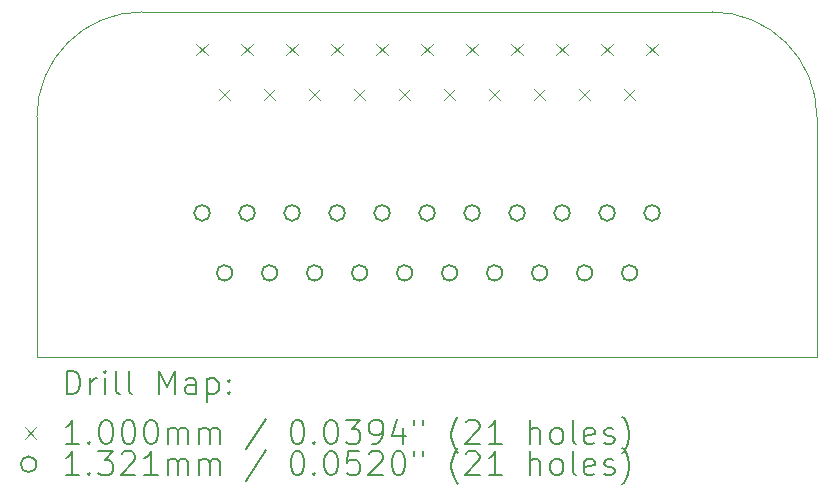
<source format=gbr>
%FSLAX45Y45*%
G04 Gerber Fmt 4.5, Leading zero omitted, Abs format (unit mm)*
G04 Created by KiCad (PCBNEW (6.0.4)) date 2022-12-30 23:52:18*
%MOMM*%
%LPD*%
G01*
G04 APERTURE LIST*
%TA.AperFunction,Profile*%
%ADD10C,0.100000*%
%TD*%
%ADD11C,0.200000*%
%ADD12C,0.100000*%
%ADD13C,0.132080*%
G04 APERTURE END LIST*
D10*
X12827000Y-18796000D02*
X16065500Y-18796000D01*
X16065500Y-18097500D02*
X16065500Y-16764000D01*
X10350500Y-15875000D02*
X15176500Y-15875000D01*
X9461500Y-18796000D02*
X12827000Y-18796000D01*
X16065500Y-18796000D02*
X16065500Y-18097500D01*
X9461500Y-18097500D02*
X9461500Y-16764000D01*
X16065500Y-16764000D02*
G75*
G03*
X15176500Y-15875000I-889000J0D01*
G01*
X9461500Y-18796000D02*
X9461500Y-18097500D01*
X10350500Y-15875000D02*
G75*
G03*
X9461500Y-16764000I0J-889000D01*
G01*
D11*
D12*
X10808500Y-16142500D02*
X10908500Y-16242500D01*
X10908500Y-16142500D02*
X10808500Y-16242500D01*
X10999000Y-16523500D02*
X11099000Y-16623500D01*
X11099000Y-16523500D02*
X10999000Y-16623500D01*
X11189500Y-16142500D02*
X11289500Y-16242500D01*
X11289500Y-16142500D02*
X11189500Y-16242500D01*
X11380000Y-16523500D02*
X11480000Y-16623500D01*
X11480000Y-16523500D02*
X11380000Y-16623500D01*
X11570500Y-16142500D02*
X11670500Y-16242500D01*
X11670500Y-16142500D02*
X11570500Y-16242500D01*
X11761000Y-16523500D02*
X11861000Y-16623500D01*
X11861000Y-16523500D02*
X11761000Y-16623500D01*
X11951500Y-16142500D02*
X12051500Y-16242500D01*
X12051500Y-16142500D02*
X11951500Y-16242500D01*
X12142000Y-16523500D02*
X12242000Y-16623500D01*
X12242000Y-16523500D02*
X12142000Y-16623500D01*
X12332500Y-16142500D02*
X12432500Y-16242500D01*
X12432500Y-16142500D02*
X12332500Y-16242500D01*
X12523000Y-16523500D02*
X12623000Y-16623500D01*
X12623000Y-16523500D02*
X12523000Y-16623500D01*
X12713500Y-16142500D02*
X12813500Y-16242500D01*
X12813500Y-16142500D02*
X12713500Y-16242500D01*
X12904000Y-16523500D02*
X13004000Y-16623500D01*
X13004000Y-16523500D02*
X12904000Y-16623500D01*
X13094500Y-16142500D02*
X13194500Y-16242500D01*
X13194500Y-16142500D02*
X13094500Y-16242500D01*
X13285000Y-16523500D02*
X13385000Y-16623500D01*
X13385000Y-16523500D02*
X13285000Y-16623500D01*
X13475500Y-16142500D02*
X13575500Y-16242500D01*
X13575500Y-16142500D02*
X13475500Y-16242500D01*
X13666000Y-16523500D02*
X13766000Y-16623500D01*
X13766000Y-16523500D02*
X13666000Y-16623500D01*
X13856500Y-16142500D02*
X13956500Y-16242500D01*
X13956500Y-16142500D02*
X13856500Y-16242500D01*
X14047000Y-16523500D02*
X14147000Y-16623500D01*
X14147000Y-16523500D02*
X14047000Y-16623500D01*
X14237500Y-16142500D02*
X14337500Y-16242500D01*
X14337500Y-16142500D02*
X14237500Y-16242500D01*
X14428000Y-16523500D02*
X14528000Y-16623500D01*
X14528000Y-16523500D02*
X14428000Y-16623500D01*
X14618500Y-16142500D02*
X14718500Y-16242500D01*
X14718500Y-16142500D02*
X14618500Y-16242500D01*
D13*
X10924540Y-17576800D02*
G75*
G03*
X10924540Y-17576800I-66040J0D01*
G01*
X11115040Y-18084800D02*
G75*
G03*
X11115040Y-18084800I-66040J0D01*
G01*
X11305540Y-17576800D02*
G75*
G03*
X11305540Y-17576800I-66040J0D01*
G01*
X11496040Y-18084800D02*
G75*
G03*
X11496040Y-18084800I-66040J0D01*
G01*
X11686540Y-17576800D02*
G75*
G03*
X11686540Y-17576800I-66040J0D01*
G01*
X11877040Y-18084800D02*
G75*
G03*
X11877040Y-18084800I-66040J0D01*
G01*
X12067540Y-17576800D02*
G75*
G03*
X12067540Y-17576800I-66040J0D01*
G01*
X12258040Y-18084800D02*
G75*
G03*
X12258040Y-18084800I-66040J0D01*
G01*
X12448540Y-17576800D02*
G75*
G03*
X12448540Y-17576800I-66040J0D01*
G01*
X12639040Y-18084800D02*
G75*
G03*
X12639040Y-18084800I-66040J0D01*
G01*
X12829540Y-17576800D02*
G75*
G03*
X12829540Y-17576800I-66040J0D01*
G01*
X13020040Y-18084800D02*
G75*
G03*
X13020040Y-18084800I-66040J0D01*
G01*
X13210540Y-17576800D02*
G75*
G03*
X13210540Y-17576800I-66040J0D01*
G01*
X13401040Y-18084800D02*
G75*
G03*
X13401040Y-18084800I-66040J0D01*
G01*
X13591540Y-17576800D02*
G75*
G03*
X13591540Y-17576800I-66040J0D01*
G01*
X13782040Y-18084800D02*
G75*
G03*
X13782040Y-18084800I-66040J0D01*
G01*
X13972540Y-17576800D02*
G75*
G03*
X13972540Y-17576800I-66040J0D01*
G01*
X14163040Y-18084800D02*
G75*
G03*
X14163040Y-18084800I-66040J0D01*
G01*
X14353540Y-17576800D02*
G75*
G03*
X14353540Y-17576800I-66040J0D01*
G01*
X14544040Y-18084800D02*
G75*
G03*
X14544040Y-18084800I-66040J0D01*
G01*
X14734540Y-17576800D02*
G75*
G03*
X14734540Y-17576800I-66040J0D01*
G01*
D11*
X9714119Y-19111476D02*
X9714119Y-18911476D01*
X9761738Y-18911476D01*
X9790310Y-18921000D01*
X9809357Y-18940048D01*
X9818881Y-18959095D01*
X9828405Y-18997190D01*
X9828405Y-19025762D01*
X9818881Y-19063857D01*
X9809357Y-19082905D01*
X9790310Y-19101952D01*
X9761738Y-19111476D01*
X9714119Y-19111476D01*
X9914119Y-19111476D02*
X9914119Y-18978143D01*
X9914119Y-19016238D02*
X9923643Y-18997190D01*
X9933167Y-18987667D01*
X9952214Y-18978143D01*
X9971262Y-18978143D01*
X10037929Y-19111476D02*
X10037929Y-18978143D01*
X10037929Y-18911476D02*
X10028405Y-18921000D01*
X10037929Y-18930524D01*
X10047452Y-18921000D01*
X10037929Y-18911476D01*
X10037929Y-18930524D01*
X10161738Y-19111476D02*
X10142690Y-19101952D01*
X10133167Y-19082905D01*
X10133167Y-18911476D01*
X10266500Y-19111476D02*
X10247452Y-19101952D01*
X10237929Y-19082905D01*
X10237929Y-18911476D01*
X10495071Y-19111476D02*
X10495071Y-18911476D01*
X10561738Y-19054333D01*
X10628405Y-18911476D01*
X10628405Y-19111476D01*
X10809357Y-19111476D02*
X10809357Y-19006714D01*
X10799833Y-18987667D01*
X10780786Y-18978143D01*
X10742690Y-18978143D01*
X10723643Y-18987667D01*
X10809357Y-19101952D02*
X10790310Y-19111476D01*
X10742690Y-19111476D01*
X10723643Y-19101952D01*
X10714119Y-19082905D01*
X10714119Y-19063857D01*
X10723643Y-19044810D01*
X10742690Y-19035286D01*
X10790310Y-19035286D01*
X10809357Y-19025762D01*
X10904595Y-18978143D02*
X10904595Y-19178143D01*
X10904595Y-18987667D02*
X10923643Y-18978143D01*
X10961738Y-18978143D01*
X10980786Y-18987667D01*
X10990310Y-18997190D01*
X10999833Y-19016238D01*
X10999833Y-19073381D01*
X10990310Y-19092429D01*
X10980786Y-19101952D01*
X10961738Y-19111476D01*
X10923643Y-19111476D01*
X10904595Y-19101952D01*
X11085548Y-19092429D02*
X11095071Y-19101952D01*
X11085548Y-19111476D01*
X11076024Y-19101952D01*
X11085548Y-19092429D01*
X11085548Y-19111476D01*
X11085548Y-18987667D02*
X11095071Y-18997190D01*
X11085548Y-19006714D01*
X11076024Y-18997190D01*
X11085548Y-18987667D01*
X11085548Y-19006714D01*
D12*
X9356500Y-19391000D02*
X9456500Y-19491000D01*
X9456500Y-19391000D02*
X9356500Y-19491000D01*
D11*
X9818881Y-19531476D02*
X9704595Y-19531476D01*
X9761738Y-19531476D02*
X9761738Y-19331476D01*
X9742690Y-19360048D01*
X9723643Y-19379095D01*
X9704595Y-19388619D01*
X9904595Y-19512429D02*
X9914119Y-19521952D01*
X9904595Y-19531476D01*
X9895071Y-19521952D01*
X9904595Y-19512429D01*
X9904595Y-19531476D01*
X10037929Y-19331476D02*
X10056976Y-19331476D01*
X10076024Y-19341000D01*
X10085548Y-19350524D01*
X10095071Y-19369571D01*
X10104595Y-19407667D01*
X10104595Y-19455286D01*
X10095071Y-19493381D01*
X10085548Y-19512429D01*
X10076024Y-19521952D01*
X10056976Y-19531476D01*
X10037929Y-19531476D01*
X10018881Y-19521952D01*
X10009357Y-19512429D01*
X9999833Y-19493381D01*
X9990310Y-19455286D01*
X9990310Y-19407667D01*
X9999833Y-19369571D01*
X10009357Y-19350524D01*
X10018881Y-19341000D01*
X10037929Y-19331476D01*
X10228405Y-19331476D02*
X10247452Y-19331476D01*
X10266500Y-19341000D01*
X10276024Y-19350524D01*
X10285548Y-19369571D01*
X10295071Y-19407667D01*
X10295071Y-19455286D01*
X10285548Y-19493381D01*
X10276024Y-19512429D01*
X10266500Y-19521952D01*
X10247452Y-19531476D01*
X10228405Y-19531476D01*
X10209357Y-19521952D01*
X10199833Y-19512429D01*
X10190310Y-19493381D01*
X10180786Y-19455286D01*
X10180786Y-19407667D01*
X10190310Y-19369571D01*
X10199833Y-19350524D01*
X10209357Y-19341000D01*
X10228405Y-19331476D01*
X10418881Y-19331476D02*
X10437929Y-19331476D01*
X10456976Y-19341000D01*
X10466500Y-19350524D01*
X10476024Y-19369571D01*
X10485548Y-19407667D01*
X10485548Y-19455286D01*
X10476024Y-19493381D01*
X10466500Y-19512429D01*
X10456976Y-19521952D01*
X10437929Y-19531476D01*
X10418881Y-19531476D01*
X10399833Y-19521952D01*
X10390310Y-19512429D01*
X10380786Y-19493381D01*
X10371262Y-19455286D01*
X10371262Y-19407667D01*
X10380786Y-19369571D01*
X10390310Y-19350524D01*
X10399833Y-19341000D01*
X10418881Y-19331476D01*
X10571262Y-19531476D02*
X10571262Y-19398143D01*
X10571262Y-19417190D02*
X10580786Y-19407667D01*
X10599833Y-19398143D01*
X10628405Y-19398143D01*
X10647452Y-19407667D01*
X10656976Y-19426714D01*
X10656976Y-19531476D01*
X10656976Y-19426714D02*
X10666500Y-19407667D01*
X10685548Y-19398143D01*
X10714119Y-19398143D01*
X10733167Y-19407667D01*
X10742690Y-19426714D01*
X10742690Y-19531476D01*
X10837929Y-19531476D02*
X10837929Y-19398143D01*
X10837929Y-19417190D02*
X10847452Y-19407667D01*
X10866500Y-19398143D01*
X10895071Y-19398143D01*
X10914119Y-19407667D01*
X10923643Y-19426714D01*
X10923643Y-19531476D01*
X10923643Y-19426714D02*
X10933167Y-19407667D01*
X10952214Y-19398143D01*
X10980786Y-19398143D01*
X10999833Y-19407667D01*
X11009357Y-19426714D01*
X11009357Y-19531476D01*
X11399833Y-19321952D02*
X11228405Y-19579095D01*
X11656976Y-19331476D02*
X11676024Y-19331476D01*
X11695071Y-19341000D01*
X11704595Y-19350524D01*
X11714119Y-19369571D01*
X11723643Y-19407667D01*
X11723643Y-19455286D01*
X11714119Y-19493381D01*
X11704595Y-19512429D01*
X11695071Y-19521952D01*
X11676024Y-19531476D01*
X11656976Y-19531476D01*
X11637928Y-19521952D01*
X11628405Y-19512429D01*
X11618881Y-19493381D01*
X11609357Y-19455286D01*
X11609357Y-19407667D01*
X11618881Y-19369571D01*
X11628405Y-19350524D01*
X11637928Y-19341000D01*
X11656976Y-19331476D01*
X11809357Y-19512429D02*
X11818881Y-19521952D01*
X11809357Y-19531476D01*
X11799833Y-19521952D01*
X11809357Y-19512429D01*
X11809357Y-19531476D01*
X11942690Y-19331476D02*
X11961738Y-19331476D01*
X11980786Y-19341000D01*
X11990309Y-19350524D01*
X11999833Y-19369571D01*
X12009357Y-19407667D01*
X12009357Y-19455286D01*
X11999833Y-19493381D01*
X11990309Y-19512429D01*
X11980786Y-19521952D01*
X11961738Y-19531476D01*
X11942690Y-19531476D01*
X11923643Y-19521952D01*
X11914119Y-19512429D01*
X11904595Y-19493381D01*
X11895071Y-19455286D01*
X11895071Y-19407667D01*
X11904595Y-19369571D01*
X11914119Y-19350524D01*
X11923643Y-19341000D01*
X11942690Y-19331476D01*
X12076024Y-19331476D02*
X12199833Y-19331476D01*
X12133167Y-19407667D01*
X12161738Y-19407667D01*
X12180786Y-19417190D01*
X12190309Y-19426714D01*
X12199833Y-19445762D01*
X12199833Y-19493381D01*
X12190309Y-19512429D01*
X12180786Y-19521952D01*
X12161738Y-19531476D01*
X12104595Y-19531476D01*
X12085548Y-19521952D01*
X12076024Y-19512429D01*
X12295071Y-19531476D02*
X12333167Y-19531476D01*
X12352214Y-19521952D01*
X12361738Y-19512429D01*
X12380786Y-19483857D01*
X12390309Y-19445762D01*
X12390309Y-19369571D01*
X12380786Y-19350524D01*
X12371262Y-19341000D01*
X12352214Y-19331476D01*
X12314119Y-19331476D01*
X12295071Y-19341000D01*
X12285548Y-19350524D01*
X12276024Y-19369571D01*
X12276024Y-19417190D01*
X12285548Y-19436238D01*
X12295071Y-19445762D01*
X12314119Y-19455286D01*
X12352214Y-19455286D01*
X12371262Y-19445762D01*
X12380786Y-19436238D01*
X12390309Y-19417190D01*
X12561738Y-19398143D02*
X12561738Y-19531476D01*
X12514119Y-19321952D02*
X12466500Y-19464810D01*
X12590309Y-19464810D01*
X12656976Y-19331476D02*
X12656976Y-19369571D01*
X12733167Y-19331476D02*
X12733167Y-19369571D01*
X13028405Y-19607667D02*
X13018881Y-19598143D01*
X12999833Y-19569571D01*
X12990309Y-19550524D01*
X12980786Y-19521952D01*
X12971262Y-19474333D01*
X12971262Y-19436238D01*
X12980786Y-19388619D01*
X12990309Y-19360048D01*
X12999833Y-19341000D01*
X13018881Y-19312429D01*
X13028405Y-19302905D01*
X13095071Y-19350524D02*
X13104595Y-19341000D01*
X13123643Y-19331476D01*
X13171262Y-19331476D01*
X13190309Y-19341000D01*
X13199833Y-19350524D01*
X13209357Y-19369571D01*
X13209357Y-19388619D01*
X13199833Y-19417190D01*
X13085548Y-19531476D01*
X13209357Y-19531476D01*
X13399833Y-19531476D02*
X13285548Y-19531476D01*
X13342690Y-19531476D02*
X13342690Y-19331476D01*
X13323643Y-19360048D01*
X13304595Y-19379095D01*
X13285548Y-19388619D01*
X13637928Y-19531476D02*
X13637928Y-19331476D01*
X13723643Y-19531476D02*
X13723643Y-19426714D01*
X13714119Y-19407667D01*
X13695071Y-19398143D01*
X13666500Y-19398143D01*
X13647452Y-19407667D01*
X13637928Y-19417190D01*
X13847452Y-19531476D02*
X13828405Y-19521952D01*
X13818881Y-19512429D01*
X13809357Y-19493381D01*
X13809357Y-19436238D01*
X13818881Y-19417190D01*
X13828405Y-19407667D01*
X13847452Y-19398143D01*
X13876024Y-19398143D01*
X13895071Y-19407667D01*
X13904595Y-19417190D01*
X13914119Y-19436238D01*
X13914119Y-19493381D01*
X13904595Y-19512429D01*
X13895071Y-19521952D01*
X13876024Y-19531476D01*
X13847452Y-19531476D01*
X14028405Y-19531476D02*
X14009357Y-19521952D01*
X13999833Y-19502905D01*
X13999833Y-19331476D01*
X14180786Y-19521952D02*
X14161738Y-19531476D01*
X14123643Y-19531476D01*
X14104595Y-19521952D01*
X14095071Y-19502905D01*
X14095071Y-19426714D01*
X14104595Y-19407667D01*
X14123643Y-19398143D01*
X14161738Y-19398143D01*
X14180786Y-19407667D01*
X14190309Y-19426714D01*
X14190309Y-19445762D01*
X14095071Y-19464810D01*
X14266500Y-19521952D02*
X14285548Y-19531476D01*
X14323643Y-19531476D01*
X14342690Y-19521952D01*
X14352214Y-19502905D01*
X14352214Y-19493381D01*
X14342690Y-19474333D01*
X14323643Y-19464810D01*
X14295071Y-19464810D01*
X14276024Y-19455286D01*
X14266500Y-19436238D01*
X14266500Y-19426714D01*
X14276024Y-19407667D01*
X14295071Y-19398143D01*
X14323643Y-19398143D01*
X14342690Y-19407667D01*
X14418881Y-19607667D02*
X14428405Y-19598143D01*
X14447452Y-19569571D01*
X14456976Y-19550524D01*
X14466500Y-19521952D01*
X14476024Y-19474333D01*
X14476024Y-19436238D01*
X14466500Y-19388619D01*
X14456976Y-19360048D01*
X14447452Y-19341000D01*
X14428405Y-19312429D01*
X14418881Y-19302905D01*
D13*
X9456500Y-19705000D02*
G75*
G03*
X9456500Y-19705000I-66040J0D01*
G01*
D11*
X9818881Y-19795476D02*
X9704595Y-19795476D01*
X9761738Y-19795476D02*
X9761738Y-19595476D01*
X9742690Y-19624048D01*
X9723643Y-19643095D01*
X9704595Y-19652619D01*
X9904595Y-19776429D02*
X9914119Y-19785952D01*
X9904595Y-19795476D01*
X9895071Y-19785952D01*
X9904595Y-19776429D01*
X9904595Y-19795476D01*
X9980786Y-19595476D02*
X10104595Y-19595476D01*
X10037929Y-19671667D01*
X10066500Y-19671667D01*
X10085548Y-19681190D01*
X10095071Y-19690714D01*
X10104595Y-19709762D01*
X10104595Y-19757381D01*
X10095071Y-19776429D01*
X10085548Y-19785952D01*
X10066500Y-19795476D01*
X10009357Y-19795476D01*
X9990310Y-19785952D01*
X9980786Y-19776429D01*
X10180786Y-19614524D02*
X10190310Y-19605000D01*
X10209357Y-19595476D01*
X10256976Y-19595476D01*
X10276024Y-19605000D01*
X10285548Y-19614524D01*
X10295071Y-19633571D01*
X10295071Y-19652619D01*
X10285548Y-19681190D01*
X10171262Y-19795476D01*
X10295071Y-19795476D01*
X10485548Y-19795476D02*
X10371262Y-19795476D01*
X10428405Y-19795476D02*
X10428405Y-19595476D01*
X10409357Y-19624048D01*
X10390310Y-19643095D01*
X10371262Y-19652619D01*
X10571262Y-19795476D02*
X10571262Y-19662143D01*
X10571262Y-19681190D02*
X10580786Y-19671667D01*
X10599833Y-19662143D01*
X10628405Y-19662143D01*
X10647452Y-19671667D01*
X10656976Y-19690714D01*
X10656976Y-19795476D01*
X10656976Y-19690714D02*
X10666500Y-19671667D01*
X10685548Y-19662143D01*
X10714119Y-19662143D01*
X10733167Y-19671667D01*
X10742690Y-19690714D01*
X10742690Y-19795476D01*
X10837929Y-19795476D02*
X10837929Y-19662143D01*
X10837929Y-19681190D02*
X10847452Y-19671667D01*
X10866500Y-19662143D01*
X10895071Y-19662143D01*
X10914119Y-19671667D01*
X10923643Y-19690714D01*
X10923643Y-19795476D01*
X10923643Y-19690714D02*
X10933167Y-19671667D01*
X10952214Y-19662143D01*
X10980786Y-19662143D01*
X10999833Y-19671667D01*
X11009357Y-19690714D01*
X11009357Y-19795476D01*
X11399833Y-19585952D02*
X11228405Y-19843095D01*
X11656976Y-19595476D02*
X11676024Y-19595476D01*
X11695071Y-19605000D01*
X11704595Y-19614524D01*
X11714119Y-19633571D01*
X11723643Y-19671667D01*
X11723643Y-19719286D01*
X11714119Y-19757381D01*
X11704595Y-19776429D01*
X11695071Y-19785952D01*
X11676024Y-19795476D01*
X11656976Y-19795476D01*
X11637928Y-19785952D01*
X11628405Y-19776429D01*
X11618881Y-19757381D01*
X11609357Y-19719286D01*
X11609357Y-19671667D01*
X11618881Y-19633571D01*
X11628405Y-19614524D01*
X11637928Y-19605000D01*
X11656976Y-19595476D01*
X11809357Y-19776429D02*
X11818881Y-19785952D01*
X11809357Y-19795476D01*
X11799833Y-19785952D01*
X11809357Y-19776429D01*
X11809357Y-19795476D01*
X11942690Y-19595476D02*
X11961738Y-19595476D01*
X11980786Y-19605000D01*
X11990309Y-19614524D01*
X11999833Y-19633571D01*
X12009357Y-19671667D01*
X12009357Y-19719286D01*
X11999833Y-19757381D01*
X11990309Y-19776429D01*
X11980786Y-19785952D01*
X11961738Y-19795476D01*
X11942690Y-19795476D01*
X11923643Y-19785952D01*
X11914119Y-19776429D01*
X11904595Y-19757381D01*
X11895071Y-19719286D01*
X11895071Y-19671667D01*
X11904595Y-19633571D01*
X11914119Y-19614524D01*
X11923643Y-19605000D01*
X11942690Y-19595476D01*
X12190309Y-19595476D02*
X12095071Y-19595476D01*
X12085548Y-19690714D01*
X12095071Y-19681190D01*
X12114119Y-19671667D01*
X12161738Y-19671667D01*
X12180786Y-19681190D01*
X12190309Y-19690714D01*
X12199833Y-19709762D01*
X12199833Y-19757381D01*
X12190309Y-19776429D01*
X12180786Y-19785952D01*
X12161738Y-19795476D01*
X12114119Y-19795476D01*
X12095071Y-19785952D01*
X12085548Y-19776429D01*
X12276024Y-19614524D02*
X12285548Y-19605000D01*
X12304595Y-19595476D01*
X12352214Y-19595476D01*
X12371262Y-19605000D01*
X12380786Y-19614524D01*
X12390309Y-19633571D01*
X12390309Y-19652619D01*
X12380786Y-19681190D01*
X12266500Y-19795476D01*
X12390309Y-19795476D01*
X12514119Y-19595476D02*
X12533167Y-19595476D01*
X12552214Y-19605000D01*
X12561738Y-19614524D01*
X12571262Y-19633571D01*
X12580786Y-19671667D01*
X12580786Y-19719286D01*
X12571262Y-19757381D01*
X12561738Y-19776429D01*
X12552214Y-19785952D01*
X12533167Y-19795476D01*
X12514119Y-19795476D01*
X12495071Y-19785952D01*
X12485548Y-19776429D01*
X12476024Y-19757381D01*
X12466500Y-19719286D01*
X12466500Y-19671667D01*
X12476024Y-19633571D01*
X12485548Y-19614524D01*
X12495071Y-19605000D01*
X12514119Y-19595476D01*
X12656976Y-19595476D02*
X12656976Y-19633571D01*
X12733167Y-19595476D02*
X12733167Y-19633571D01*
X13028405Y-19871667D02*
X13018881Y-19862143D01*
X12999833Y-19833571D01*
X12990309Y-19814524D01*
X12980786Y-19785952D01*
X12971262Y-19738333D01*
X12971262Y-19700238D01*
X12980786Y-19652619D01*
X12990309Y-19624048D01*
X12999833Y-19605000D01*
X13018881Y-19576429D01*
X13028405Y-19566905D01*
X13095071Y-19614524D02*
X13104595Y-19605000D01*
X13123643Y-19595476D01*
X13171262Y-19595476D01*
X13190309Y-19605000D01*
X13199833Y-19614524D01*
X13209357Y-19633571D01*
X13209357Y-19652619D01*
X13199833Y-19681190D01*
X13085548Y-19795476D01*
X13209357Y-19795476D01*
X13399833Y-19795476D02*
X13285548Y-19795476D01*
X13342690Y-19795476D02*
X13342690Y-19595476D01*
X13323643Y-19624048D01*
X13304595Y-19643095D01*
X13285548Y-19652619D01*
X13637928Y-19795476D02*
X13637928Y-19595476D01*
X13723643Y-19795476D02*
X13723643Y-19690714D01*
X13714119Y-19671667D01*
X13695071Y-19662143D01*
X13666500Y-19662143D01*
X13647452Y-19671667D01*
X13637928Y-19681190D01*
X13847452Y-19795476D02*
X13828405Y-19785952D01*
X13818881Y-19776429D01*
X13809357Y-19757381D01*
X13809357Y-19700238D01*
X13818881Y-19681190D01*
X13828405Y-19671667D01*
X13847452Y-19662143D01*
X13876024Y-19662143D01*
X13895071Y-19671667D01*
X13904595Y-19681190D01*
X13914119Y-19700238D01*
X13914119Y-19757381D01*
X13904595Y-19776429D01*
X13895071Y-19785952D01*
X13876024Y-19795476D01*
X13847452Y-19795476D01*
X14028405Y-19795476D02*
X14009357Y-19785952D01*
X13999833Y-19766905D01*
X13999833Y-19595476D01*
X14180786Y-19785952D02*
X14161738Y-19795476D01*
X14123643Y-19795476D01*
X14104595Y-19785952D01*
X14095071Y-19766905D01*
X14095071Y-19690714D01*
X14104595Y-19671667D01*
X14123643Y-19662143D01*
X14161738Y-19662143D01*
X14180786Y-19671667D01*
X14190309Y-19690714D01*
X14190309Y-19709762D01*
X14095071Y-19728810D01*
X14266500Y-19785952D02*
X14285548Y-19795476D01*
X14323643Y-19795476D01*
X14342690Y-19785952D01*
X14352214Y-19766905D01*
X14352214Y-19757381D01*
X14342690Y-19738333D01*
X14323643Y-19728810D01*
X14295071Y-19728810D01*
X14276024Y-19719286D01*
X14266500Y-19700238D01*
X14266500Y-19690714D01*
X14276024Y-19671667D01*
X14295071Y-19662143D01*
X14323643Y-19662143D01*
X14342690Y-19671667D01*
X14418881Y-19871667D02*
X14428405Y-19862143D01*
X14447452Y-19833571D01*
X14456976Y-19814524D01*
X14466500Y-19785952D01*
X14476024Y-19738333D01*
X14476024Y-19700238D01*
X14466500Y-19652619D01*
X14456976Y-19624048D01*
X14447452Y-19605000D01*
X14428405Y-19576429D01*
X14418881Y-19566905D01*
M02*

</source>
